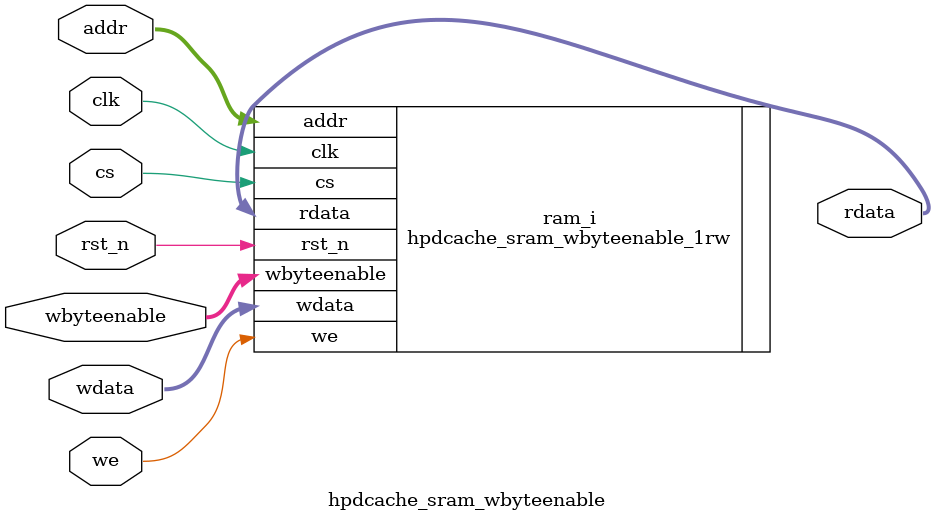
<source format=v>
module hpdcache_sram_wbyteenable (
	clk,
	rst_n,
	cs,
	we,
	addr,
	wdata,
	wbyteenable,
	rdata
);
	// Trace: core/cache_subsystem/hpdcache/rtl/src/common/hpdcache_sram_wbyteenable.sv:28:15
	parameter [31:0] ADDR_SIZE = 0;
	// Trace: core/cache_subsystem/hpdcache/rtl/src/common/hpdcache_sram_wbyteenable.sv:29:15
	parameter [31:0] DATA_SIZE = 0;
	// Trace: core/cache_subsystem/hpdcache/rtl/src/common/hpdcache_sram_wbyteenable.sv:30:15
	parameter [31:0] DEPTH = 2 ** ADDR_SIZE;
	// Trace: core/cache_subsystem/hpdcache/rtl/src/common/hpdcache_sram_wbyteenable.sv:33:5
	input wire clk;
	// Trace: core/cache_subsystem/hpdcache/rtl/src/common/hpdcache_sram_wbyteenable.sv:34:5
	input wire rst_n;
	// Trace: core/cache_subsystem/hpdcache/rtl/src/common/hpdcache_sram_wbyteenable.sv:35:5
	input wire cs;
	// Trace: core/cache_subsystem/hpdcache/rtl/src/common/hpdcache_sram_wbyteenable.sv:36:5
	input wire we;
	// Trace: core/cache_subsystem/hpdcache/rtl/src/common/hpdcache_sram_wbyteenable.sv:37:5
	input wire [ADDR_SIZE - 1:0] addr;
	// Trace: core/cache_subsystem/hpdcache/rtl/src/common/hpdcache_sram_wbyteenable.sv:38:5
	input wire [DATA_SIZE - 1:0] wdata;
	// Trace: core/cache_subsystem/hpdcache/rtl/src/common/hpdcache_sram_wbyteenable.sv:39:5
	input wire [(DATA_SIZE / 8) - 1:0] wbyteenable;
	// Trace: core/cache_subsystem/hpdcache/rtl/src/common/hpdcache_sram_wbyteenable.sv:40:5
	output wire [DATA_SIZE - 1:0] rdata;
	// Trace: core/cache_subsystem/hpdcache/rtl/src/common/hpdcache_sram_wbyteenable.sv:43:5
	hpdcache_sram_wbyteenable_1rw #(
		.ADDR_SIZE(ADDR_SIZE),
		.DATA_SIZE(DATA_SIZE),
		.DEPTH(DEPTH)
	) ram_i(
		.clk(clk),
		.rst_n(rst_n),
		.cs(cs),
		.we(we),
		.addr(addr),
		.wdata(wdata),
		.wbyteenable(wbyteenable),
		.rdata(rdata)
	);
endmodule

</source>
